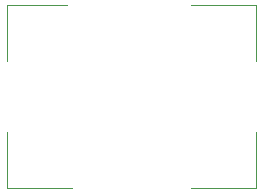
<source format=gbr>
G04 EAGLE Gerber RS-274X export*
G75*
%MOMM*%
%FSLAX34Y34*%
%LPD*%
%INSilkscreen Bottom*%
%IPPOS*%
%AMOC8*
5,1,8,0,0,1.08239X$1,22.5*%
G01*
%ADD10C,0.100000*%


D10*
X32194Y67432D02*
X32194Y19932D01*
X87694Y19932D01*
X32194Y127432D02*
X32194Y174932D01*
X82694Y174932D01*
X187694Y19932D02*
X243194Y19932D01*
X243194Y67432D01*
X243194Y174932D02*
X187694Y174932D01*
X243194Y174932D02*
X243194Y127432D01*
M02*

</source>
